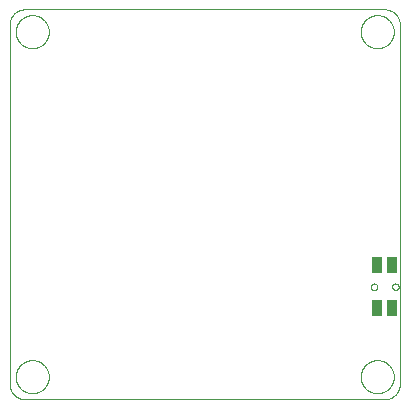
<source format=gtp>
G75*
%MOIN*%
%OFA0B0*%
%FSLAX25Y25*%
%IPPOS*%
%LPD*%
%AMOC8*
5,1,8,0,0,1.08239X$1,22.5*
%
%ADD10C,0.00000*%
%ADD11R,0.03543X0.05512*%
D10*
X0039428Y0006256D02*
X0039428Y0126217D01*
X0039430Y0126357D01*
X0039436Y0126497D01*
X0039446Y0126637D01*
X0039459Y0126777D01*
X0039477Y0126916D01*
X0039499Y0127055D01*
X0039524Y0127192D01*
X0039553Y0127330D01*
X0039586Y0127466D01*
X0039623Y0127601D01*
X0039664Y0127735D01*
X0039709Y0127868D01*
X0039757Y0128000D01*
X0039809Y0128130D01*
X0039864Y0128259D01*
X0039923Y0128386D01*
X0039986Y0128512D01*
X0040052Y0128636D01*
X0040121Y0128757D01*
X0040194Y0128877D01*
X0040271Y0128995D01*
X0040350Y0129110D01*
X0040433Y0129224D01*
X0040519Y0129334D01*
X0040608Y0129443D01*
X0040700Y0129549D01*
X0040795Y0129652D01*
X0040892Y0129753D01*
X0040993Y0129850D01*
X0041096Y0129945D01*
X0041202Y0130037D01*
X0041311Y0130126D01*
X0041421Y0130212D01*
X0041535Y0130295D01*
X0041650Y0130374D01*
X0041768Y0130451D01*
X0041888Y0130524D01*
X0042009Y0130593D01*
X0042133Y0130659D01*
X0042259Y0130722D01*
X0042386Y0130781D01*
X0042515Y0130836D01*
X0042645Y0130888D01*
X0042777Y0130936D01*
X0042910Y0130981D01*
X0043044Y0131022D01*
X0043179Y0131059D01*
X0043315Y0131092D01*
X0043453Y0131121D01*
X0043590Y0131146D01*
X0043729Y0131168D01*
X0043868Y0131186D01*
X0044008Y0131199D01*
X0044148Y0131209D01*
X0044288Y0131215D01*
X0044428Y0131217D01*
X0164429Y0131217D01*
X0164569Y0131215D01*
X0164709Y0131209D01*
X0164849Y0131199D01*
X0164989Y0131186D01*
X0165128Y0131168D01*
X0165267Y0131146D01*
X0165404Y0131121D01*
X0165542Y0131092D01*
X0165678Y0131059D01*
X0165813Y0131022D01*
X0165947Y0130981D01*
X0166080Y0130936D01*
X0166212Y0130888D01*
X0166342Y0130836D01*
X0166471Y0130781D01*
X0166598Y0130722D01*
X0166724Y0130659D01*
X0166848Y0130593D01*
X0166969Y0130524D01*
X0167089Y0130451D01*
X0167207Y0130374D01*
X0167322Y0130295D01*
X0167436Y0130212D01*
X0167546Y0130126D01*
X0167655Y0130037D01*
X0167761Y0129945D01*
X0167864Y0129850D01*
X0167965Y0129753D01*
X0168062Y0129652D01*
X0168157Y0129549D01*
X0168249Y0129443D01*
X0168338Y0129334D01*
X0168424Y0129224D01*
X0168507Y0129110D01*
X0168586Y0128995D01*
X0168663Y0128877D01*
X0168736Y0128757D01*
X0168805Y0128636D01*
X0168871Y0128512D01*
X0168934Y0128386D01*
X0168993Y0128259D01*
X0169048Y0128130D01*
X0169100Y0128000D01*
X0169148Y0127868D01*
X0169193Y0127735D01*
X0169234Y0127601D01*
X0169271Y0127466D01*
X0169304Y0127330D01*
X0169333Y0127192D01*
X0169358Y0127055D01*
X0169380Y0126916D01*
X0169398Y0126777D01*
X0169411Y0126637D01*
X0169421Y0126497D01*
X0169427Y0126357D01*
X0169429Y0126217D01*
X0169429Y0006256D01*
X0169427Y0006116D01*
X0169421Y0005976D01*
X0169411Y0005836D01*
X0169398Y0005696D01*
X0169380Y0005557D01*
X0169358Y0005418D01*
X0169333Y0005281D01*
X0169304Y0005143D01*
X0169271Y0005007D01*
X0169234Y0004872D01*
X0169193Y0004738D01*
X0169148Y0004605D01*
X0169100Y0004473D01*
X0169048Y0004343D01*
X0168993Y0004214D01*
X0168934Y0004087D01*
X0168871Y0003961D01*
X0168805Y0003837D01*
X0168736Y0003716D01*
X0168663Y0003596D01*
X0168586Y0003478D01*
X0168507Y0003363D01*
X0168424Y0003249D01*
X0168338Y0003139D01*
X0168249Y0003030D01*
X0168157Y0002924D01*
X0168062Y0002821D01*
X0167965Y0002720D01*
X0167864Y0002623D01*
X0167761Y0002528D01*
X0167655Y0002436D01*
X0167546Y0002347D01*
X0167436Y0002261D01*
X0167322Y0002178D01*
X0167207Y0002099D01*
X0167089Y0002022D01*
X0166969Y0001949D01*
X0166848Y0001880D01*
X0166724Y0001814D01*
X0166598Y0001751D01*
X0166471Y0001692D01*
X0166342Y0001637D01*
X0166212Y0001585D01*
X0166080Y0001537D01*
X0165947Y0001492D01*
X0165813Y0001451D01*
X0165678Y0001414D01*
X0165542Y0001381D01*
X0165404Y0001352D01*
X0165267Y0001327D01*
X0165128Y0001305D01*
X0164989Y0001287D01*
X0164849Y0001274D01*
X0164709Y0001264D01*
X0164569Y0001258D01*
X0164429Y0001256D01*
X0044428Y0001256D01*
X0044288Y0001258D01*
X0044148Y0001264D01*
X0044008Y0001274D01*
X0043868Y0001287D01*
X0043729Y0001305D01*
X0043590Y0001327D01*
X0043453Y0001352D01*
X0043315Y0001381D01*
X0043179Y0001414D01*
X0043044Y0001451D01*
X0042910Y0001492D01*
X0042777Y0001537D01*
X0042645Y0001585D01*
X0042515Y0001637D01*
X0042386Y0001692D01*
X0042259Y0001751D01*
X0042133Y0001814D01*
X0042009Y0001880D01*
X0041888Y0001949D01*
X0041768Y0002022D01*
X0041650Y0002099D01*
X0041535Y0002178D01*
X0041421Y0002261D01*
X0041311Y0002347D01*
X0041202Y0002436D01*
X0041096Y0002528D01*
X0040993Y0002623D01*
X0040892Y0002720D01*
X0040795Y0002821D01*
X0040700Y0002924D01*
X0040608Y0003030D01*
X0040519Y0003139D01*
X0040433Y0003249D01*
X0040350Y0003363D01*
X0040271Y0003478D01*
X0040194Y0003596D01*
X0040121Y0003716D01*
X0040052Y0003837D01*
X0039986Y0003961D01*
X0039923Y0004087D01*
X0039864Y0004214D01*
X0039809Y0004343D01*
X0039757Y0004473D01*
X0039709Y0004605D01*
X0039664Y0004738D01*
X0039623Y0004872D01*
X0039586Y0005007D01*
X0039553Y0005143D01*
X0039524Y0005281D01*
X0039499Y0005418D01*
X0039477Y0005557D01*
X0039459Y0005696D01*
X0039446Y0005836D01*
X0039436Y0005976D01*
X0039430Y0006116D01*
X0039428Y0006256D01*
X0041416Y0008756D02*
X0041418Y0008904D01*
X0041424Y0009052D01*
X0041434Y0009200D01*
X0041448Y0009347D01*
X0041466Y0009494D01*
X0041487Y0009640D01*
X0041513Y0009786D01*
X0041543Y0009931D01*
X0041576Y0010075D01*
X0041614Y0010218D01*
X0041655Y0010360D01*
X0041700Y0010501D01*
X0041748Y0010641D01*
X0041801Y0010780D01*
X0041857Y0010917D01*
X0041917Y0011052D01*
X0041980Y0011186D01*
X0042047Y0011318D01*
X0042118Y0011448D01*
X0042192Y0011576D01*
X0042269Y0011702D01*
X0042350Y0011826D01*
X0042434Y0011948D01*
X0042521Y0012067D01*
X0042612Y0012184D01*
X0042706Y0012299D01*
X0042802Y0012411D01*
X0042902Y0012521D01*
X0043004Y0012627D01*
X0043110Y0012731D01*
X0043218Y0012832D01*
X0043329Y0012930D01*
X0043442Y0013026D01*
X0043558Y0013118D01*
X0043676Y0013207D01*
X0043797Y0013292D01*
X0043920Y0013375D01*
X0044045Y0013454D01*
X0044172Y0013530D01*
X0044301Y0013602D01*
X0044432Y0013671D01*
X0044565Y0013736D01*
X0044700Y0013797D01*
X0044836Y0013855D01*
X0044973Y0013910D01*
X0045112Y0013960D01*
X0045253Y0014007D01*
X0045394Y0014050D01*
X0045537Y0014090D01*
X0045681Y0014125D01*
X0045825Y0014157D01*
X0045971Y0014184D01*
X0046117Y0014208D01*
X0046264Y0014228D01*
X0046411Y0014244D01*
X0046558Y0014256D01*
X0046706Y0014264D01*
X0046854Y0014268D01*
X0047002Y0014268D01*
X0047150Y0014264D01*
X0047298Y0014256D01*
X0047445Y0014244D01*
X0047592Y0014228D01*
X0047739Y0014208D01*
X0047885Y0014184D01*
X0048031Y0014157D01*
X0048175Y0014125D01*
X0048319Y0014090D01*
X0048462Y0014050D01*
X0048603Y0014007D01*
X0048744Y0013960D01*
X0048883Y0013910D01*
X0049020Y0013855D01*
X0049156Y0013797D01*
X0049291Y0013736D01*
X0049424Y0013671D01*
X0049555Y0013602D01*
X0049684Y0013530D01*
X0049811Y0013454D01*
X0049936Y0013375D01*
X0050059Y0013292D01*
X0050180Y0013207D01*
X0050298Y0013118D01*
X0050414Y0013026D01*
X0050527Y0012930D01*
X0050638Y0012832D01*
X0050746Y0012731D01*
X0050852Y0012627D01*
X0050954Y0012521D01*
X0051054Y0012411D01*
X0051150Y0012299D01*
X0051244Y0012184D01*
X0051335Y0012067D01*
X0051422Y0011948D01*
X0051506Y0011826D01*
X0051587Y0011702D01*
X0051664Y0011576D01*
X0051738Y0011448D01*
X0051809Y0011318D01*
X0051876Y0011186D01*
X0051939Y0011052D01*
X0051999Y0010917D01*
X0052055Y0010780D01*
X0052108Y0010641D01*
X0052156Y0010501D01*
X0052201Y0010360D01*
X0052242Y0010218D01*
X0052280Y0010075D01*
X0052313Y0009931D01*
X0052343Y0009786D01*
X0052369Y0009640D01*
X0052390Y0009494D01*
X0052408Y0009347D01*
X0052422Y0009200D01*
X0052432Y0009052D01*
X0052438Y0008904D01*
X0052440Y0008756D01*
X0052438Y0008608D01*
X0052432Y0008460D01*
X0052422Y0008312D01*
X0052408Y0008165D01*
X0052390Y0008018D01*
X0052369Y0007872D01*
X0052343Y0007726D01*
X0052313Y0007581D01*
X0052280Y0007437D01*
X0052242Y0007294D01*
X0052201Y0007152D01*
X0052156Y0007011D01*
X0052108Y0006871D01*
X0052055Y0006732D01*
X0051999Y0006595D01*
X0051939Y0006460D01*
X0051876Y0006326D01*
X0051809Y0006194D01*
X0051738Y0006064D01*
X0051664Y0005936D01*
X0051587Y0005810D01*
X0051506Y0005686D01*
X0051422Y0005564D01*
X0051335Y0005445D01*
X0051244Y0005328D01*
X0051150Y0005213D01*
X0051054Y0005101D01*
X0050954Y0004991D01*
X0050852Y0004885D01*
X0050746Y0004781D01*
X0050638Y0004680D01*
X0050527Y0004582D01*
X0050414Y0004486D01*
X0050298Y0004394D01*
X0050180Y0004305D01*
X0050059Y0004220D01*
X0049936Y0004137D01*
X0049811Y0004058D01*
X0049684Y0003982D01*
X0049555Y0003910D01*
X0049424Y0003841D01*
X0049291Y0003776D01*
X0049156Y0003715D01*
X0049020Y0003657D01*
X0048883Y0003602D01*
X0048744Y0003552D01*
X0048603Y0003505D01*
X0048462Y0003462D01*
X0048319Y0003422D01*
X0048175Y0003387D01*
X0048031Y0003355D01*
X0047885Y0003328D01*
X0047739Y0003304D01*
X0047592Y0003284D01*
X0047445Y0003268D01*
X0047298Y0003256D01*
X0047150Y0003248D01*
X0047002Y0003244D01*
X0046854Y0003244D01*
X0046706Y0003248D01*
X0046558Y0003256D01*
X0046411Y0003268D01*
X0046264Y0003284D01*
X0046117Y0003304D01*
X0045971Y0003328D01*
X0045825Y0003355D01*
X0045681Y0003387D01*
X0045537Y0003422D01*
X0045394Y0003462D01*
X0045253Y0003505D01*
X0045112Y0003552D01*
X0044973Y0003602D01*
X0044836Y0003657D01*
X0044700Y0003715D01*
X0044565Y0003776D01*
X0044432Y0003841D01*
X0044301Y0003910D01*
X0044172Y0003982D01*
X0044045Y0004058D01*
X0043920Y0004137D01*
X0043797Y0004220D01*
X0043676Y0004305D01*
X0043558Y0004394D01*
X0043442Y0004486D01*
X0043329Y0004582D01*
X0043218Y0004680D01*
X0043110Y0004781D01*
X0043004Y0004885D01*
X0042902Y0004991D01*
X0042802Y0005101D01*
X0042706Y0005213D01*
X0042612Y0005328D01*
X0042521Y0005445D01*
X0042434Y0005564D01*
X0042350Y0005686D01*
X0042269Y0005810D01*
X0042192Y0005936D01*
X0042118Y0006064D01*
X0042047Y0006194D01*
X0041980Y0006326D01*
X0041917Y0006460D01*
X0041857Y0006595D01*
X0041801Y0006732D01*
X0041748Y0006871D01*
X0041700Y0007011D01*
X0041655Y0007152D01*
X0041614Y0007294D01*
X0041576Y0007437D01*
X0041543Y0007581D01*
X0041513Y0007726D01*
X0041487Y0007872D01*
X0041466Y0008018D01*
X0041448Y0008165D01*
X0041434Y0008312D01*
X0041424Y0008460D01*
X0041418Y0008608D01*
X0041416Y0008756D01*
X0156416Y0008756D02*
X0156418Y0008904D01*
X0156424Y0009052D01*
X0156434Y0009200D01*
X0156448Y0009347D01*
X0156466Y0009494D01*
X0156487Y0009640D01*
X0156513Y0009786D01*
X0156543Y0009931D01*
X0156576Y0010075D01*
X0156614Y0010218D01*
X0156655Y0010360D01*
X0156700Y0010501D01*
X0156748Y0010641D01*
X0156801Y0010780D01*
X0156857Y0010917D01*
X0156917Y0011052D01*
X0156980Y0011186D01*
X0157047Y0011318D01*
X0157118Y0011448D01*
X0157192Y0011576D01*
X0157269Y0011702D01*
X0157350Y0011826D01*
X0157434Y0011948D01*
X0157521Y0012067D01*
X0157612Y0012184D01*
X0157706Y0012299D01*
X0157802Y0012411D01*
X0157902Y0012521D01*
X0158004Y0012627D01*
X0158110Y0012731D01*
X0158218Y0012832D01*
X0158329Y0012930D01*
X0158442Y0013026D01*
X0158558Y0013118D01*
X0158676Y0013207D01*
X0158797Y0013292D01*
X0158920Y0013375D01*
X0159045Y0013454D01*
X0159172Y0013530D01*
X0159301Y0013602D01*
X0159432Y0013671D01*
X0159565Y0013736D01*
X0159700Y0013797D01*
X0159836Y0013855D01*
X0159973Y0013910D01*
X0160112Y0013960D01*
X0160253Y0014007D01*
X0160394Y0014050D01*
X0160537Y0014090D01*
X0160681Y0014125D01*
X0160825Y0014157D01*
X0160971Y0014184D01*
X0161117Y0014208D01*
X0161264Y0014228D01*
X0161411Y0014244D01*
X0161558Y0014256D01*
X0161706Y0014264D01*
X0161854Y0014268D01*
X0162002Y0014268D01*
X0162150Y0014264D01*
X0162298Y0014256D01*
X0162445Y0014244D01*
X0162592Y0014228D01*
X0162739Y0014208D01*
X0162885Y0014184D01*
X0163031Y0014157D01*
X0163175Y0014125D01*
X0163319Y0014090D01*
X0163462Y0014050D01*
X0163603Y0014007D01*
X0163744Y0013960D01*
X0163883Y0013910D01*
X0164020Y0013855D01*
X0164156Y0013797D01*
X0164291Y0013736D01*
X0164424Y0013671D01*
X0164555Y0013602D01*
X0164684Y0013530D01*
X0164811Y0013454D01*
X0164936Y0013375D01*
X0165059Y0013292D01*
X0165180Y0013207D01*
X0165298Y0013118D01*
X0165414Y0013026D01*
X0165527Y0012930D01*
X0165638Y0012832D01*
X0165746Y0012731D01*
X0165852Y0012627D01*
X0165954Y0012521D01*
X0166054Y0012411D01*
X0166150Y0012299D01*
X0166244Y0012184D01*
X0166335Y0012067D01*
X0166422Y0011948D01*
X0166506Y0011826D01*
X0166587Y0011702D01*
X0166664Y0011576D01*
X0166738Y0011448D01*
X0166809Y0011318D01*
X0166876Y0011186D01*
X0166939Y0011052D01*
X0166999Y0010917D01*
X0167055Y0010780D01*
X0167108Y0010641D01*
X0167156Y0010501D01*
X0167201Y0010360D01*
X0167242Y0010218D01*
X0167280Y0010075D01*
X0167313Y0009931D01*
X0167343Y0009786D01*
X0167369Y0009640D01*
X0167390Y0009494D01*
X0167408Y0009347D01*
X0167422Y0009200D01*
X0167432Y0009052D01*
X0167438Y0008904D01*
X0167440Y0008756D01*
X0167438Y0008608D01*
X0167432Y0008460D01*
X0167422Y0008312D01*
X0167408Y0008165D01*
X0167390Y0008018D01*
X0167369Y0007872D01*
X0167343Y0007726D01*
X0167313Y0007581D01*
X0167280Y0007437D01*
X0167242Y0007294D01*
X0167201Y0007152D01*
X0167156Y0007011D01*
X0167108Y0006871D01*
X0167055Y0006732D01*
X0166999Y0006595D01*
X0166939Y0006460D01*
X0166876Y0006326D01*
X0166809Y0006194D01*
X0166738Y0006064D01*
X0166664Y0005936D01*
X0166587Y0005810D01*
X0166506Y0005686D01*
X0166422Y0005564D01*
X0166335Y0005445D01*
X0166244Y0005328D01*
X0166150Y0005213D01*
X0166054Y0005101D01*
X0165954Y0004991D01*
X0165852Y0004885D01*
X0165746Y0004781D01*
X0165638Y0004680D01*
X0165527Y0004582D01*
X0165414Y0004486D01*
X0165298Y0004394D01*
X0165180Y0004305D01*
X0165059Y0004220D01*
X0164936Y0004137D01*
X0164811Y0004058D01*
X0164684Y0003982D01*
X0164555Y0003910D01*
X0164424Y0003841D01*
X0164291Y0003776D01*
X0164156Y0003715D01*
X0164020Y0003657D01*
X0163883Y0003602D01*
X0163744Y0003552D01*
X0163603Y0003505D01*
X0163462Y0003462D01*
X0163319Y0003422D01*
X0163175Y0003387D01*
X0163031Y0003355D01*
X0162885Y0003328D01*
X0162739Y0003304D01*
X0162592Y0003284D01*
X0162445Y0003268D01*
X0162298Y0003256D01*
X0162150Y0003248D01*
X0162002Y0003244D01*
X0161854Y0003244D01*
X0161706Y0003248D01*
X0161558Y0003256D01*
X0161411Y0003268D01*
X0161264Y0003284D01*
X0161117Y0003304D01*
X0160971Y0003328D01*
X0160825Y0003355D01*
X0160681Y0003387D01*
X0160537Y0003422D01*
X0160394Y0003462D01*
X0160253Y0003505D01*
X0160112Y0003552D01*
X0159973Y0003602D01*
X0159836Y0003657D01*
X0159700Y0003715D01*
X0159565Y0003776D01*
X0159432Y0003841D01*
X0159301Y0003910D01*
X0159172Y0003982D01*
X0159045Y0004058D01*
X0158920Y0004137D01*
X0158797Y0004220D01*
X0158676Y0004305D01*
X0158558Y0004394D01*
X0158442Y0004486D01*
X0158329Y0004582D01*
X0158218Y0004680D01*
X0158110Y0004781D01*
X0158004Y0004885D01*
X0157902Y0004991D01*
X0157802Y0005101D01*
X0157706Y0005213D01*
X0157612Y0005328D01*
X0157521Y0005445D01*
X0157434Y0005564D01*
X0157350Y0005686D01*
X0157269Y0005810D01*
X0157192Y0005936D01*
X0157118Y0006064D01*
X0157047Y0006194D01*
X0156980Y0006326D01*
X0156917Y0006460D01*
X0156857Y0006595D01*
X0156801Y0006732D01*
X0156748Y0006871D01*
X0156700Y0007011D01*
X0156655Y0007152D01*
X0156614Y0007294D01*
X0156576Y0007437D01*
X0156543Y0007581D01*
X0156513Y0007726D01*
X0156487Y0007872D01*
X0156466Y0008018D01*
X0156448Y0008165D01*
X0156434Y0008312D01*
X0156424Y0008460D01*
X0156418Y0008608D01*
X0156416Y0008756D01*
X0159802Y0038756D02*
X0159804Y0038821D01*
X0159810Y0038887D01*
X0159820Y0038951D01*
X0159833Y0039015D01*
X0159851Y0039078D01*
X0159872Y0039140D01*
X0159897Y0039200D01*
X0159926Y0039259D01*
X0159958Y0039316D01*
X0159994Y0039371D01*
X0160032Y0039424D01*
X0160074Y0039474D01*
X0160119Y0039522D01*
X0160167Y0039567D01*
X0160217Y0039609D01*
X0160270Y0039647D01*
X0160325Y0039683D01*
X0160382Y0039715D01*
X0160441Y0039744D01*
X0160501Y0039769D01*
X0160563Y0039790D01*
X0160626Y0039808D01*
X0160690Y0039821D01*
X0160754Y0039831D01*
X0160820Y0039837D01*
X0160885Y0039839D01*
X0160950Y0039837D01*
X0161016Y0039831D01*
X0161080Y0039821D01*
X0161144Y0039808D01*
X0161207Y0039790D01*
X0161269Y0039769D01*
X0161329Y0039744D01*
X0161388Y0039715D01*
X0161445Y0039683D01*
X0161500Y0039647D01*
X0161553Y0039609D01*
X0161603Y0039567D01*
X0161651Y0039522D01*
X0161696Y0039474D01*
X0161738Y0039424D01*
X0161776Y0039371D01*
X0161812Y0039316D01*
X0161844Y0039259D01*
X0161873Y0039200D01*
X0161898Y0039140D01*
X0161919Y0039078D01*
X0161937Y0039015D01*
X0161950Y0038951D01*
X0161960Y0038887D01*
X0161966Y0038821D01*
X0161968Y0038756D01*
X0161966Y0038691D01*
X0161960Y0038625D01*
X0161950Y0038561D01*
X0161937Y0038497D01*
X0161919Y0038434D01*
X0161898Y0038372D01*
X0161873Y0038312D01*
X0161844Y0038253D01*
X0161812Y0038196D01*
X0161776Y0038141D01*
X0161738Y0038088D01*
X0161696Y0038038D01*
X0161651Y0037990D01*
X0161603Y0037945D01*
X0161553Y0037903D01*
X0161500Y0037865D01*
X0161445Y0037829D01*
X0161388Y0037797D01*
X0161329Y0037768D01*
X0161269Y0037743D01*
X0161207Y0037722D01*
X0161144Y0037704D01*
X0161080Y0037691D01*
X0161016Y0037681D01*
X0160950Y0037675D01*
X0160885Y0037673D01*
X0160820Y0037675D01*
X0160754Y0037681D01*
X0160690Y0037691D01*
X0160626Y0037704D01*
X0160563Y0037722D01*
X0160501Y0037743D01*
X0160441Y0037768D01*
X0160382Y0037797D01*
X0160325Y0037829D01*
X0160270Y0037865D01*
X0160217Y0037903D01*
X0160167Y0037945D01*
X0160119Y0037990D01*
X0160074Y0038038D01*
X0160032Y0038088D01*
X0159994Y0038141D01*
X0159958Y0038196D01*
X0159926Y0038253D01*
X0159897Y0038312D01*
X0159872Y0038372D01*
X0159851Y0038434D01*
X0159833Y0038497D01*
X0159820Y0038561D01*
X0159810Y0038625D01*
X0159804Y0038691D01*
X0159802Y0038756D01*
X0166889Y0038756D02*
X0166891Y0038821D01*
X0166897Y0038887D01*
X0166907Y0038951D01*
X0166920Y0039015D01*
X0166938Y0039078D01*
X0166959Y0039140D01*
X0166984Y0039200D01*
X0167013Y0039259D01*
X0167045Y0039316D01*
X0167081Y0039371D01*
X0167119Y0039424D01*
X0167161Y0039474D01*
X0167206Y0039522D01*
X0167254Y0039567D01*
X0167304Y0039609D01*
X0167357Y0039647D01*
X0167412Y0039683D01*
X0167469Y0039715D01*
X0167528Y0039744D01*
X0167588Y0039769D01*
X0167650Y0039790D01*
X0167713Y0039808D01*
X0167777Y0039821D01*
X0167841Y0039831D01*
X0167907Y0039837D01*
X0167972Y0039839D01*
X0168037Y0039837D01*
X0168103Y0039831D01*
X0168167Y0039821D01*
X0168231Y0039808D01*
X0168294Y0039790D01*
X0168356Y0039769D01*
X0168416Y0039744D01*
X0168475Y0039715D01*
X0168532Y0039683D01*
X0168587Y0039647D01*
X0168640Y0039609D01*
X0168690Y0039567D01*
X0168738Y0039522D01*
X0168783Y0039474D01*
X0168825Y0039424D01*
X0168863Y0039371D01*
X0168899Y0039316D01*
X0168931Y0039259D01*
X0168960Y0039200D01*
X0168985Y0039140D01*
X0169006Y0039078D01*
X0169024Y0039015D01*
X0169037Y0038951D01*
X0169047Y0038887D01*
X0169053Y0038821D01*
X0169055Y0038756D01*
X0169053Y0038691D01*
X0169047Y0038625D01*
X0169037Y0038561D01*
X0169024Y0038497D01*
X0169006Y0038434D01*
X0168985Y0038372D01*
X0168960Y0038312D01*
X0168931Y0038253D01*
X0168899Y0038196D01*
X0168863Y0038141D01*
X0168825Y0038088D01*
X0168783Y0038038D01*
X0168738Y0037990D01*
X0168690Y0037945D01*
X0168640Y0037903D01*
X0168587Y0037865D01*
X0168532Y0037829D01*
X0168475Y0037797D01*
X0168416Y0037768D01*
X0168356Y0037743D01*
X0168294Y0037722D01*
X0168231Y0037704D01*
X0168167Y0037691D01*
X0168103Y0037681D01*
X0168037Y0037675D01*
X0167972Y0037673D01*
X0167907Y0037675D01*
X0167841Y0037681D01*
X0167777Y0037691D01*
X0167713Y0037704D01*
X0167650Y0037722D01*
X0167588Y0037743D01*
X0167528Y0037768D01*
X0167469Y0037797D01*
X0167412Y0037829D01*
X0167357Y0037865D01*
X0167304Y0037903D01*
X0167254Y0037945D01*
X0167206Y0037990D01*
X0167161Y0038038D01*
X0167119Y0038088D01*
X0167081Y0038141D01*
X0167045Y0038196D01*
X0167013Y0038253D01*
X0166984Y0038312D01*
X0166959Y0038372D01*
X0166938Y0038434D01*
X0166920Y0038497D01*
X0166907Y0038561D01*
X0166897Y0038625D01*
X0166891Y0038691D01*
X0166889Y0038756D01*
X0156416Y0123756D02*
X0156418Y0123904D01*
X0156424Y0124052D01*
X0156434Y0124200D01*
X0156448Y0124347D01*
X0156466Y0124494D01*
X0156487Y0124640D01*
X0156513Y0124786D01*
X0156543Y0124931D01*
X0156576Y0125075D01*
X0156614Y0125218D01*
X0156655Y0125360D01*
X0156700Y0125501D01*
X0156748Y0125641D01*
X0156801Y0125780D01*
X0156857Y0125917D01*
X0156917Y0126052D01*
X0156980Y0126186D01*
X0157047Y0126318D01*
X0157118Y0126448D01*
X0157192Y0126576D01*
X0157269Y0126702D01*
X0157350Y0126826D01*
X0157434Y0126948D01*
X0157521Y0127067D01*
X0157612Y0127184D01*
X0157706Y0127299D01*
X0157802Y0127411D01*
X0157902Y0127521D01*
X0158004Y0127627D01*
X0158110Y0127731D01*
X0158218Y0127832D01*
X0158329Y0127930D01*
X0158442Y0128026D01*
X0158558Y0128118D01*
X0158676Y0128207D01*
X0158797Y0128292D01*
X0158920Y0128375D01*
X0159045Y0128454D01*
X0159172Y0128530D01*
X0159301Y0128602D01*
X0159432Y0128671D01*
X0159565Y0128736D01*
X0159700Y0128797D01*
X0159836Y0128855D01*
X0159973Y0128910D01*
X0160112Y0128960D01*
X0160253Y0129007D01*
X0160394Y0129050D01*
X0160537Y0129090D01*
X0160681Y0129125D01*
X0160825Y0129157D01*
X0160971Y0129184D01*
X0161117Y0129208D01*
X0161264Y0129228D01*
X0161411Y0129244D01*
X0161558Y0129256D01*
X0161706Y0129264D01*
X0161854Y0129268D01*
X0162002Y0129268D01*
X0162150Y0129264D01*
X0162298Y0129256D01*
X0162445Y0129244D01*
X0162592Y0129228D01*
X0162739Y0129208D01*
X0162885Y0129184D01*
X0163031Y0129157D01*
X0163175Y0129125D01*
X0163319Y0129090D01*
X0163462Y0129050D01*
X0163603Y0129007D01*
X0163744Y0128960D01*
X0163883Y0128910D01*
X0164020Y0128855D01*
X0164156Y0128797D01*
X0164291Y0128736D01*
X0164424Y0128671D01*
X0164555Y0128602D01*
X0164684Y0128530D01*
X0164811Y0128454D01*
X0164936Y0128375D01*
X0165059Y0128292D01*
X0165180Y0128207D01*
X0165298Y0128118D01*
X0165414Y0128026D01*
X0165527Y0127930D01*
X0165638Y0127832D01*
X0165746Y0127731D01*
X0165852Y0127627D01*
X0165954Y0127521D01*
X0166054Y0127411D01*
X0166150Y0127299D01*
X0166244Y0127184D01*
X0166335Y0127067D01*
X0166422Y0126948D01*
X0166506Y0126826D01*
X0166587Y0126702D01*
X0166664Y0126576D01*
X0166738Y0126448D01*
X0166809Y0126318D01*
X0166876Y0126186D01*
X0166939Y0126052D01*
X0166999Y0125917D01*
X0167055Y0125780D01*
X0167108Y0125641D01*
X0167156Y0125501D01*
X0167201Y0125360D01*
X0167242Y0125218D01*
X0167280Y0125075D01*
X0167313Y0124931D01*
X0167343Y0124786D01*
X0167369Y0124640D01*
X0167390Y0124494D01*
X0167408Y0124347D01*
X0167422Y0124200D01*
X0167432Y0124052D01*
X0167438Y0123904D01*
X0167440Y0123756D01*
X0167438Y0123608D01*
X0167432Y0123460D01*
X0167422Y0123312D01*
X0167408Y0123165D01*
X0167390Y0123018D01*
X0167369Y0122872D01*
X0167343Y0122726D01*
X0167313Y0122581D01*
X0167280Y0122437D01*
X0167242Y0122294D01*
X0167201Y0122152D01*
X0167156Y0122011D01*
X0167108Y0121871D01*
X0167055Y0121732D01*
X0166999Y0121595D01*
X0166939Y0121460D01*
X0166876Y0121326D01*
X0166809Y0121194D01*
X0166738Y0121064D01*
X0166664Y0120936D01*
X0166587Y0120810D01*
X0166506Y0120686D01*
X0166422Y0120564D01*
X0166335Y0120445D01*
X0166244Y0120328D01*
X0166150Y0120213D01*
X0166054Y0120101D01*
X0165954Y0119991D01*
X0165852Y0119885D01*
X0165746Y0119781D01*
X0165638Y0119680D01*
X0165527Y0119582D01*
X0165414Y0119486D01*
X0165298Y0119394D01*
X0165180Y0119305D01*
X0165059Y0119220D01*
X0164936Y0119137D01*
X0164811Y0119058D01*
X0164684Y0118982D01*
X0164555Y0118910D01*
X0164424Y0118841D01*
X0164291Y0118776D01*
X0164156Y0118715D01*
X0164020Y0118657D01*
X0163883Y0118602D01*
X0163744Y0118552D01*
X0163603Y0118505D01*
X0163462Y0118462D01*
X0163319Y0118422D01*
X0163175Y0118387D01*
X0163031Y0118355D01*
X0162885Y0118328D01*
X0162739Y0118304D01*
X0162592Y0118284D01*
X0162445Y0118268D01*
X0162298Y0118256D01*
X0162150Y0118248D01*
X0162002Y0118244D01*
X0161854Y0118244D01*
X0161706Y0118248D01*
X0161558Y0118256D01*
X0161411Y0118268D01*
X0161264Y0118284D01*
X0161117Y0118304D01*
X0160971Y0118328D01*
X0160825Y0118355D01*
X0160681Y0118387D01*
X0160537Y0118422D01*
X0160394Y0118462D01*
X0160253Y0118505D01*
X0160112Y0118552D01*
X0159973Y0118602D01*
X0159836Y0118657D01*
X0159700Y0118715D01*
X0159565Y0118776D01*
X0159432Y0118841D01*
X0159301Y0118910D01*
X0159172Y0118982D01*
X0159045Y0119058D01*
X0158920Y0119137D01*
X0158797Y0119220D01*
X0158676Y0119305D01*
X0158558Y0119394D01*
X0158442Y0119486D01*
X0158329Y0119582D01*
X0158218Y0119680D01*
X0158110Y0119781D01*
X0158004Y0119885D01*
X0157902Y0119991D01*
X0157802Y0120101D01*
X0157706Y0120213D01*
X0157612Y0120328D01*
X0157521Y0120445D01*
X0157434Y0120564D01*
X0157350Y0120686D01*
X0157269Y0120810D01*
X0157192Y0120936D01*
X0157118Y0121064D01*
X0157047Y0121194D01*
X0156980Y0121326D01*
X0156917Y0121460D01*
X0156857Y0121595D01*
X0156801Y0121732D01*
X0156748Y0121871D01*
X0156700Y0122011D01*
X0156655Y0122152D01*
X0156614Y0122294D01*
X0156576Y0122437D01*
X0156543Y0122581D01*
X0156513Y0122726D01*
X0156487Y0122872D01*
X0156466Y0123018D01*
X0156448Y0123165D01*
X0156434Y0123312D01*
X0156424Y0123460D01*
X0156418Y0123608D01*
X0156416Y0123756D01*
X0041416Y0123756D02*
X0041418Y0123904D01*
X0041424Y0124052D01*
X0041434Y0124200D01*
X0041448Y0124347D01*
X0041466Y0124494D01*
X0041487Y0124640D01*
X0041513Y0124786D01*
X0041543Y0124931D01*
X0041576Y0125075D01*
X0041614Y0125218D01*
X0041655Y0125360D01*
X0041700Y0125501D01*
X0041748Y0125641D01*
X0041801Y0125780D01*
X0041857Y0125917D01*
X0041917Y0126052D01*
X0041980Y0126186D01*
X0042047Y0126318D01*
X0042118Y0126448D01*
X0042192Y0126576D01*
X0042269Y0126702D01*
X0042350Y0126826D01*
X0042434Y0126948D01*
X0042521Y0127067D01*
X0042612Y0127184D01*
X0042706Y0127299D01*
X0042802Y0127411D01*
X0042902Y0127521D01*
X0043004Y0127627D01*
X0043110Y0127731D01*
X0043218Y0127832D01*
X0043329Y0127930D01*
X0043442Y0128026D01*
X0043558Y0128118D01*
X0043676Y0128207D01*
X0043797Y0128292D01*
X0043920Y0128375D01*
X0044045Y0128454D01*
X0044172Y0128530D01*
X0044301Y0128602D01*
X0044432Y0128671D01*
X0044565Y0128736D01*
X0044700Y0128797D01*
X0044836Y0128855D01*
X0044973Y0128910D01*
X0045112Y0128960D01*
X0045253Y0129007D01*
X0045394Y0129050D01*
X0045537Y0129090D01*
X0045681Y0129125D01*
X0045825Y0129157D01*
X0045971Y0129184D01*
X0046117Y0129208D01*
X0046264Y0129228D01*
X0046411Y0129244D01*
X0046558Y0129256D01*
X0046706Y0129264D01*
X0046854Y0129268D01*
X0047002Y0129268D01*
X0047150Y0129264D01*
X0047298Y0129256D01*
X0047445Y0129244D01*
X0047592Y0129228D01*
X0047739Y0129208D01*
X0047885Y0129184D01*
X0048031Y0129157D01*
X0048175Y0129125D01*
X0048319Y0129090D01*
X0048462Y0129050D01*
X0048603Y0129007D01*
X0048744Y0128960D01*
X0048883Y0128910D01*
X0049020Y0128855D01*
X0049156Y0128797D01*
X0049291Y0128736D01*
X0049424Y0128671D01*
X0049555Y0128602D01*
X0049684Y0128530D01*
X0049811Y0128454D01*
X0049936Y0128375D01*
X0050059Y0128292D01*
X0050180Y0128207D01*
X0050298Y0128118D01*
X0050414Y0128026D01*
X0050527Y0127930D01*
X0050638Y0127832D01*
X0050746Y0127731D01*
X0050852Y0127627D01*
X0050954Y0127521D01*
X0051054Y0127411D01*
X0051150Y0127299D01*
X0051244Y0127184D01*
X0051335Y0127067D01*
X0051422Y0126948D01*
X0051506Y0126826D01*
X0051587Y0126702D01*
X0051664Y0126576D01*
X0051738Y0126448D01*
X0051809Y0126318D01*
X0051876Y0126186D01*
X0051939Y0126052D01*
X0051999Y0125917D01*
X0052055Y0125780D01*
X0052108Y0125641D01*
X0052156Y0125501D01*
X0052201Y0125360D01*
X0052242Y0125218D01*
X0052280Y0125075D01*
X0052313Y0124931D01*
X0052343Y0124786D01*
X0052369Y0124640D01*
X0052390Y0124494D01*
X0052408Y0124347D01*
X0052422Y0124200D01*
X0052432Y0124052D01*
X0052438Y0123904D01*
X0052440Y0123756D01*
X0052438Y0123608D01*
X0052432Y0123460D01*
X0052422Y0123312D01*
X0052408Y0123165D01*
X0052390Y0123018D01*
X0052369Y0122872D01*
X0052343Y0122726D01*
X0052313Y0122581D01*
X0052280Y0122437D01*
X0052242Y0122294D01*
X0052201Y0122152D01*
X0052156Y0122011D01*
X0052108Y0121871D01*
X0052055Y0121732D01*
X0051999Y0121595D01*
X0051939Y0121460D01*
X0051876Y0121326D01*
X0051809Y0121194D01*
X0051738Y0121064D01*
X0051664Y0120936D01*
X0051587Y0120810D01*
X0051506Y0120686D01*
X0051422Y0120564D01*
X0051335Y0120445D01*
X0051244Y0120328D01*
X0051150Y0120213D01*
X0051054Y0120101D01*
X0050954Y0119991D01*
X0050852Y0119885D01*
X0050746Y0119781D01*
X0050638Y0119680D01*
X0050527Y0119582D01*
X0050414Y0119486D01*
X0050298Y0119394D01*
X0050180Y0119305D01*
X0050059Y0119220D01*
X0049936Y0119137D01*
X0049811Y0119058D01*
X0049684Y0118982D01*
X0049555Y0118910D01*
X0049424Y0118841D01*
X0049291Y0118776D01*
X0049156Y0118715D01*
X0049020Y0118657D01*
X0048883Y0118602D01*
X0048744Y0118552D01*
X0048603Y0118505D01*
X0048462Y0118462D01*
X0048319Y0118422D01*
X0048175Y0118387D01*
X0048031Y0118355D01*
X0047885Y0118328D01*
X0047739Y0118304D01*
X0047592Y0118284D01*
X0047445Y0118268D01*
X0047298Y0118256D01*
X0047150Y0118248D01*
X0047002Y0118244D01*
X0046854Y0118244D01*
X0046706Y0118248D01*
X0046558Y0118256D01*
X0046411Y0118268D01*
X0046264Y0118284D01*
X0046117Y0118304D01*
X0045971Y0118328D01*
X0045825Y0118355D01*
X0045681Y0118387D01*
X0045537Y0118422D01*
X0045394Y0118462D01*
X0045253Y0118505D01*
X0045112Y0118552D01*
X0044973Y0118602D01*
X0044836Y0118657D01*
X0044700Y0118715D01*
X0044565Y0118776D01*
X0044432Y0118841D01*
X0044301Y0118910D01*
X0044172Y0118982D01*
X0044045Y0119058D01*
X0043920Y0119137D01*
X0043797Y0119220D01*
X0043676Y0119305D01*
X0043558Y0119394D01*
X0043442Y0119486D01*
X0043329Y0119582D01*
X0043218Y0119680D01*
X0043110Y0119781D01*
X0043004Y0119885D01*
X0042902Y0119991D01*
X0042802Y0120101D01*
X0042706Y0120213D01*
X0042612Y0120328D01*
X0042521Y0120445D01*
X0042434Y0120564D01*
X0042350Y0120686D01*
X0042269Y0120810D01*
X0042192Y0120936D01*
X0042118Y0121064D01*
X0042047Y0121194D01*
X0041980Y0121326D01*
X0041917Y0121460D01*
X0041857Y0121595D01*
X0041801Y0121732D01*
X0041748Y0121871D01*
X0041700Y0122011D01*
X0041655Y0122152D01*
X0041614Y0122294D01*
X0041576Y0122437D01*
X0041543Y0122581D01*
X0041513Y0122726D01*
X0041487Y0122872D01*
X0041466Y0123018D01*
X0041448Y0123165D01*
X0041434Y0123312D01*
X0041424Y0123460D01*
X0041418Y0123608D01*
X0041416Y0123756D01*
D11*
X0161869Y0045843D03*
X0166988Y0045843D03*
X0166988Y0031669D03*
X0161869Y0031669D03*
M02*

</source>
